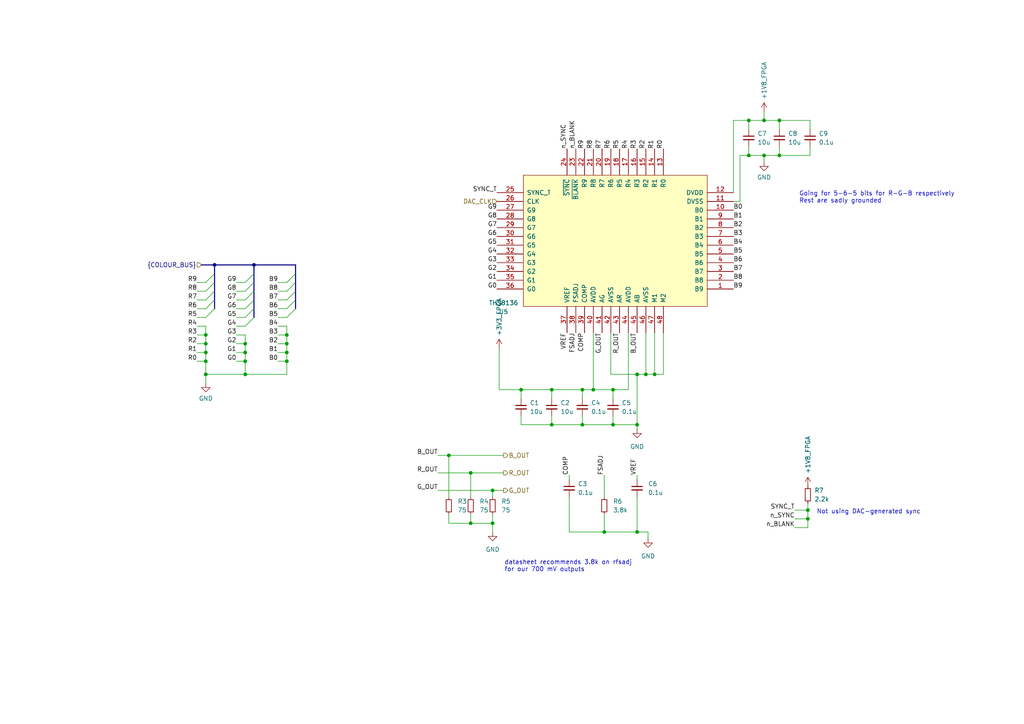
<source format=kicad_sch>
(kicad_sch (version 20211123) (generator eeschema)
  (paper "A4")
  (title_block (title "VGA Centrifuge") (date "2022-09-30") (rev "R1") (comment 1 "Author: Paolo Celati") (comment 2 "VGA DAC"))
  (lib_symbols
    (symbol "Device:C_Small" (pin_numbers hide) (pin_names (offset 0.254) hide)
      (property "Reference" "C" (at 0.254 1.778 0))
      (property "Value" "C_Small" (at 0.254 -2.032 0))
      (symbol "C_Small_0_1"
        (polyline (pts (xy -1.524 -0.508) (xy 1.524 -0.508)) (stroke (width 0.3302)))
        (polyline (pts (xy -1.524 0.508) (xy 1.524 0.508)) (stroke (width 0.3048)))
      )
      (symbol "C_Small_1_1"
        (pin passive line (at 0 2.54 270) (length 2.032) (name "~") (number "1"))
        (pin passive line (at 0 -2.54 90) (length 2.032) (name "~") (number "2"))
      )
    )
    (symbol "Device:R_Small" (pin_numbers hide) (pin_names (offset 0.254) hide)
      (property "Reference" "R" (at 0.762 0.508 0))
      (property "Value" "R_Small" (at 0.762 -1.016 0))
      (symbol "R_Small_0_1"
        (rectangle (start -0.762 1.778) (end 0.762 -1.778) (stroke (width 0.2032)))
      )
      (symbol "R_Small_1_1"
        (pin passive line (at 0 2.54 270) (length 0.762) (name "~") (number "1"))
        (pin passive line (at 0 -2.54 90) (length 0.762) (name "~") (number "2"))
      )
    )
    (symbol "centrifuge_symbols:+1V8_FPGA" (power) (pin_names (offset 0))
      (property "Value" "+1V8_FPGA" (at 0 3.556 90))
      (symbol "+1V8_FPGA_0_1"
        (polyline (pts (xy -0.762 1.27) (xy 0 2.54)))
        (polyline (pts (xy 0 0) (xy 0 2.54)))
        (polyline (pts (xy 0 2.54) (xy 0.762 1.27)))
      )
      (symbol "+1V8_FPGA_1_1"
        (pin power_in line (at 0 0 90) (length 0) hide (name "+1V8_FPGA") (number "1"))
      )
    )
    (symbol "centrifuge_symbols:+3V3_FPGA" (power) (pin_names (offset 0))
      (property "Value" "+3V3_FPGA" (at 0 3.556 90))
      (symbol "+3V3_FPGA_0_1"
        (polyline (pts (xy -0.762 1.27) (xy 0 2.54)))
        (polyline (pts (xy 0 0) (xy 0 2.54)))
        (polyline (pts (xy 0 2.54) (xy 0.762 1.27)))
      )
      (symbol "+3V3_FPGA_1_1"
        (pin power_in line (at 0 0 90) (length 0) hide (name "+3V3_FPGA") (number "1"))
      )
    )
    (symbol "centrifuge_symbols:THS8136" (pin_names (offset 1.016))
      (property "Reference" "U" (at 0 -2.54 0))
      (property "Value" "THS8136" (at 0 2.54 0))
      (symbol "THS8136_1_0"
        (rectangle (start -26.67 -19.05) (end 26.67 19.05) (fill (type background)))
      )
      (symbol "THS8136_1_1"
        (pin input line (at -34.29 13.97 0) (length 7.62) (name "B9") (number "1"))
        (pin input line (at -34.29 -8.89 0) (length 7.62) (name "B0") (number "10"))
        (pin power_in line (at -34.29 -11.43 0) (length 7.62) (name "DVSS") (number "11"))
        (pin power_in line (at -34.29 -13.97 0) (length 7.62) (name "DVDD") (number "12"))
        (pin input line (at -13.97 -26.67 90) (length 7.62) (name "R0") (number "13"))
        (pin input line (at -11.43 -26.67 90) (length 7.62) (name "R1") (number "14"))
        (pin input line (at -8.89 -26.67 90) (length 7.62) (name "R2") (number "15"))
        (pin input line (at -6.35 -26.67 90) (length 7.62) (name "R3") (number "16"))
        (pin input line (at -3.81 -26.67 90) (length 7.62) (name "R4") (number "17"))
        (pin input line (at -1.27 -26.67 90) (length 7.62) (name "R5") (number "18"))
        (pin input line (at 1.27 -26.67 90) (length 7.62) (name "R6") (number "19"))
        (pin input line (at -34.29 11.43 0) (length 7.62) (name "B8") (number "2"))
        (pin input line (at 3.81 -26.67 90) (length 7.62) (name "R7") (number "20"))
        (pin input line (at 6.35 -26.67 90) (length 7.62) (name "R8") (number "21"))
        (pin input line (at 8.89 -26.67 90) (length 7.62) (name "R9") (number "22"))
        (pin input line (at 11.43 -26.67 90) (length 7.62) (name "~{BLANK}") (number "23"))
        (pin input line (at 13.97 -26.67 90) (length 7.62) (name "~{SYNC}") (number "24"))
        (pin input line (at 34.29 -13.97 180) (length 7.62) (name "SYNC_T") (number "25"))
        (pin input line (at 34.29 -11.43 180) (length 7.62) (name "CLK") (number "26"))
        (pin input line (at 34.29 -8.89 180) (length 7.62) (name "G9") (number "27"))
        (pin input line (at 34.29 -6.35 180) (length 7.62) (name "G8") (number "28"))
        (pin input line (at 34.29 -3.81 180) (length 7.62) (name "G7") (number "29"))
        (pin input line (at -34.29 8.89 0) (length 7.62) (name "B7") (number "3"))
        (pin input line (at 34.29 -1.27 180) (length 7.62) (name "G6") (number "30"))
        (pin input line (at 34.29 1.27 180) (length 7.62) (name "G5") (number "31"))
        (pin input line (at 34.29 3.81 180) (length 7.62) (name "G4") (number "32"))
        (pin input line (at 34.29 6.35 180) (length 7.62) (name "G3") (number "33"))
        (pin input line (at 34.29 8.89 180) (length 7.62) (name "G2") (number "34"))
        (pin input line (at 34.29 11.43 180) (length 7.62) (name "G1") (number "35"))
        (pin input line (at 34.29 13.97 180) (length 7.62) (name "G0") (number "36"))
        (pin output line (at 13.97 26.67 270) (length 7.62) (name "VREF") (number "37"))
        (pin passive line (at 11.43 26.67 270) (length 7.62) (name "FSADJ") (number "38"))
        (pin output line (at 8.89 26.67 270) (length 7.62) (name "COMP") (number "39"))
        (pin input line (at -34.29 6.35 0) (length 7.62) (name "B6") (number "4"))
        (pin power_in line (at 6.35 26.67 270) (length 7.62) (name "AVDD") (number "40"))
        (pin output line (at 3.81 26.67 270) (length 7.62) (name "AG") (number "41"))
        (pin power_in line (at 1.27 26.67 270) (length 7.62) (name "AVSS") (number "42"))
        (pin output line (at -1.27 26.67 270) (length 7.62) (name "AR") (number "43"))
        (pin power_in line (at -3.81 26.67 270) (length 7.62) (name "AVDD") (number "44"))
        (pin output line (at -6.35 26.67 270) (length 7.62) (name "AB") (number "45"))
        (pin power_in line (at -8.89 26.67 270) (length 7.62) (name "AVSS") (number "46"))
        (pin input line (at -11.43 26.67 270) (length 7.62) (name "M1") (number "47"))
        (pin input line (at -13.97 26.67 270) (length 7.62) (name "M2") (number "48"))
        (pin input line (at -34.29 3.81 0) (length 7.62) (name "B5") (number "5"))
        (pin input line (at -34.29 1.27 0) (length 7.62) (name "B4") (number "6"))
        (pin input line (at -34.29 -1.27 0) (length 7.62) (name "B3") (number "7"))
        (pin input line (at -34.29 -3.81 0) (length 7.62) (name "B2") (number "8"))
        (pin input line (at -34.29 -6.35 0) (length 7.62) (name "B1") (number "9"))
      )
    )
    (symbol "power:GND" (power) (pin_names (offset 0))
      (property "Value" "GND" (at 0 -3.81 0))
      (symbol "GND_0_1"
        (polyline (pts (xy 0 0) (xy 0 -1.27) (xy 1.27 -1.27) (xy 0 -2.54) (xy -1.27 -1.27) (xy 0 -1.27)))
      )
      (symbol "GND_1_1"
        (pin power_in line (at 0 0 270) (length 0) hide (name "GND") (number "1"))
      )
    )
  )
  (junction (at 59.69 99.695))
  (junction (at 226.06 45.085))
  (junction (at 175.26 154.305))
  (junction (at 73.66 76.835))
  (junction (at 234.315 150.495))
  (junction (at 62.23 76.835))
  (junction (at 226.06 34.925))
  (junction (at 83.185 104.775))
  (junction (at 83.185 97.155))
  (junction (at 142.875 151.765))
  (junction (at 71.12 99.695))
  (junction (at 221.615 34.925))
  (junction (at 59.69 104.775))
  (junction (at 177.8 123.19))
  (junction (at 184.785 108.585))
  (junction (at 217.17 34.925))
  (junction (at 136.525 151.765))
  (junction (at 234.315 147.955))
  (junction (at 59.69 97.155))
  (junction (at 130.175 132.08))
  (junction (at 189.865 108.585))
  (junction (at 142.875 142.24))
  (junction (at 59.69 102.235))
  (junction (at 221.615 45.085))
  (junction (at 172.085 113.03))
  (junction (at 71.12 102.235))
  (junction (at 71.12 104.775))
  (junction (at 177.8 113.03))
  (junction (at 187.325 108.585))
  (junction (at 168.91 113.03))
  (junction (at 168.91 123.19))
  (junction (at 71.12 108.585))
  (junction (at 184.785 154.305))
  (junction (at 217.17 45.085))
  (junction (at 160.02 113.03))
  (junction (at 184.785 123.19))
  (junction (at 83.185 102.235))
  (junction (at 83.185 99.695))
  (junction (at 160.02 123.19))
  (junction (at 59.69 108.585))
  (junction (at 136.525 137.16))
  (junction (at 151.13 113.03))
  (bus_entry (at 71.12 89.535) (size 2.54 -2.54))
  (bus_entry (at 59.69 81.915) (size 2.54 -2.54))
  (bus_entry (at 83.185 92.075) (size 2.54 -2.54))
  (bus_entry (at 71.12 92.075) (size 2.54 -2.54))
  (bus_entry (at 83.185 86.995) (size 2.54 -2.54))
  (bus_entry (at 71.12 84.455) (size 2.54 -2.54))
  (bus_entry (at 83.185 89.535) (size 2.54 -2.54))
  (bus_entry (at 83.185 81.915) (size 2.54 -2.54))
  (bus_entry (at 71.12 94.615) (size 2.54 -2.54))
  (bus_entry (at 59.69 92.075) (size 2.54 -2.54))
  (bus_entry (at 59.69 84.455) (size 2.54 -2.54))
  (bus_entry (at 59.69 86.995) (size 2.54 -2.54))
  (bus_entry (at 71.12 86.995) (size 2.54 -2.54))
  (bus_entry (at 71.12 81.915) (size 2.54 -2.54))
  (bus_entry (at 59.69 89.535) (size 2.54 -2.54))
  (bus_entry (at 83.185 84.455) (size 2.54 -2.54))
  (wire (pts (xy 142.875 151.765) (xy 142.875 154.305)))
  (bus (pts (xy 73.66 84.455) (xy 73.66 81.915)))
  (wire (pts (xy 184.785 108.585) (xy 184.785 123.19)))
  (wire (pts (xy 68.58 99.695) (xy 71.12 99.695)))
  (wire (pts (xy 127 137.16) (xy 136.525 137.16)))
  (wire (pts (xy 59.69 102.235) (xy 59.69 104.775)))
  (wire (pts (xy 136.525 151.765) (xy 130.175 151.765)))
  (wire (pts (xy 151.13 120.65) (xy 151.13 123.19)))
  (wire (pts (xy 136.525 149.225) (xy 136.525 151.765)))
  (wire (pts (xy 226.06 34.925) (xy 226.06 37.465)))
  (wire (pts (xy 130.175 132.08) (xy 130.175 144.145)))
  (wire (pts (xy 187.325 108.585) (xy 184.785 108.585)))
  (wire (pts (xy 57.15 99.695) (xy 59.69 99.695)))
  (wire (pts (xy 57.15 94.615) (xy 59.69 94.615)))
  (wire (pts (xy 57.15 92.075) (xy 59.69 92.075)))
  (wire (pts (xy 214.63 45.085) (xy 214.63 58.42)))
  (wire (pts (xy 192.405 96.52) (xy 192.405 108.585)))
  (wire (pts (xy 187.325 108.585) (xy 187.325 96.52)))
  (wire (pts (xy 142.875 149.225) (xy 142.875 151.765)))
  (wire (pts (xy 175.26 154.305) (xy 184.785 154.305)))
  (wire (pts (xy 234.95 42.545) (xy 234.95 45.085)))
  (wire (pts (xy 177.8 123.19) (xy 184.785 123.19)))
  (bus (pts (xy 85.725 84.455) (xy 85.725 81.915)))
  (wire (pts (xy 68.58 104.775) (xy 71.12 104.775)))
  (wire (pts (xy 142.875 151.765) (xy 136.525 151.765)))
  (wire (pts (xy 130.175 132.08) (xy 146.05 132.08)))
  (wire (pts (xy 142.875 142.24) (xy 142.875 144.145)))
  (wire (pts (xy 83.185 104.775) (xy 83.185 108.585)))
  (wire (pts (xy 80.645 84.455) (xy 83.185 84.455)))
  (wire (pts (xy 168.91 113.03) (xy 172.085 113.03)))
  (wire (pts (xy 221.615 34.925) (xy 226.06 34.925)))
  (wire (pts (xy 59.69 108.585) (xy 71.12 108.585)))
  (wire (pts (xy 59.69 99.695) (xy 59.69 102.235)))
  (wire (pts (xy 80.645 86.995) (xy 83.185 86.995)))
  (wire (pts (xy 217.17 34.925) (xy 217.17 37.465)))
  (wire (pts (xy 177.165 96.52) (xy 177.165 108.585)))
  (wire (pts (xy 57.15 97.155) (xy 59.69 97.155)))
  (wire (pts (xy 71.12 99.695) (xy 71.12 102.235)))
  (wire (pts (xy 165.1 154.305) (xy 175.26 154.305)))
  (wire (pts (xy 57.15 84.455) (xy 59.69 84.455)))
  (wire (pts (xy 226.06 45.085) (xy 234.95 45.085)))
  (wire (pts (xy 68.58 86.995) (xy 71.12 86.995)))
  (wire (pts (xy 160.02 123.19) (xy 168.91 123.19)))
  (wire (pts (xy 182.245 96.52) (xy 182.245 113.03)))
  (wire (pts (xy 68.58 81.915) (xy 71.12 81.915)))
  (wire (pts (xy 71.12 108.585) (xy 83.185 108.585)))
  (wire (pts (xy 71.12 102.235) (xy 71.12 104.775)))
  (wire (pts (xy 187.96 156.21) (xy 187.96 154.305)))
  (wire (pts (xy 80.645 102.235) (xy 83.185 102.235)))
  (wire (pts (xy 172.085 96.52) (xy 172.085 113.03)))
  (bus (pts (xy 73.66 86.995) (xy 73.66 84.455)))
  (wire (pts (xy 217.17 42.545) (xy 217.17 45.085)))
  (wire (pts (xy 136.525 137.16) (xy 146.05 137.16)))
  (wire (pts (xy 68.58 94.615) (xy 71.12 94.615)))
  (wire (pts (xy 59.69 108.585) (xy 59.69 111.125)))
  (bus (pts (xy 62.23 89.535) (xy 62.23 86.995)))
  (wire (pts (xy 71.12 97.155) (xy 71.12 99.695)))
  (wire (pts (xy 57.15 86.995) (xy 59.69 86.995)))
  (wire (pts (xy 168.91 123.19) (xy 177.8 123.19)))
  (wire (pts (xy 57.15 89.535) (xy 59.69 89.535)))
  (wire (pts (xy 234.315 146.05) (xy 234.315 147.955)))
  (wire (pts (xy 71.12 104.775) (xy 71.12 108.585)))
  (bus (pts (xy 62.23 86.995) (xy 62.23 84.455)))
  (bus (pts (xy 85.725 81.915) (xy 85.725 79.375)))
  (wire (pts (xy 165.1 139.065) (xy 165.1 137.795)))
  (wire (pts (xy 217.17 34.925) (xy 221.615 34.925)))
  (wire (pts (xy 151.13 123.19) (xy 160.02 123.19)))
  (wire (pts (xy 230.505 150.495) (xy 234.315 150.495)))
  (wire (pts (xy 83.185 97.155) (xy 83.185 99.695)))
  (wire (pts (xy 175.26 154.305) (xy 175.26 149.225)))
  (bus (pts (xy 73.66 89.535) (xy 73.66 86.995)))
  (wire (pts (xy 184.785 123.19) (xy 184.785 124.46)))
  (wire (pts (xy 68.58 102.235) (xy 71.12 102.235)))
  (wire (pts (xy 177.8 120.65) (xy 177.8 123.19)))
  (wire (pts (xy 80.645 92.075) (xy 83.185 92.075)))
  (wire (pts (xy 59.69 97.155) (xy 59.69 99.695)))
  (wire (pts (xy 168.91 120.65) (xy 168.91 123.19)))
  (wire (pts (xy 234.315 150.495) (xy 234.315 153.035)))
  (wire (pts (xy 177.8 113.03) (xy 172.085 113.03)))
  (wire (pts (xy 142.875 142.24) (xy 146.05 142.24)))
  (wire (pts (xy 68.58 97.155) (xy 71.12 97.155)))
  (wire (pts (xy 168.91 113.03) (xy 168.91 115.57)))
  (wire (pts (xy 151.13 113.03) (xy 160.02 113.03)))
  (wire (pts (xy 221.615 45.085) (xy 221.615 46.99)))
  (wire (pts (xy 182.245 113.03) (xy 177.8 113.03)))
  (bus (pts (xy 62.23 84.455) (xy 62.23 81.915)))
  (wire (pts (xy 68.58 84.455) (xy 71.12 84.455)))
  (wire (pts (xy 214.63 58.42) (xy 212.725 58.42)))
  (bus (pts (xy 85.725 86.995) (xy 85.725 84.455)))
  (wire (pts (xy 184.785 154.305) (xy 187.96 154.305)))
  (wire (pts (xy 160.02 120.65) (xy 160.02 123.19)))
  (wire (pts (xy 151.13 113.03) (xy 151.13 115.57)))
  (wire (pts (xy 57.15 102.235) (xy 59.69 102.235)))
  (wire (pts (xy 80.645 97.155) (xy 83.185 97.155)))
  (wire (pts (xy 192.405 108.585) (xy 189.865 108.585)))
  (wire (pts (xy 59.69 94.615) (xy 59.69 97.155)))
  (wire (pts (xy 230.505 147.955) (xy 234.315 147.955)))
  (wire (pts (xy 68.58 89.535) (xy 71.12 89.535)))
  (wire (pts (xy 189.865 108.585) (xy 187.325 108.585)))
  (wire (pts (xy 177.8 113.03) (xy 177.8 115.57)))
  (bus (pts (xy 85.725 89.535) (xy 85.725 86.995)))
  (wire (pts (xy 80.645 99.695) (xy 83.185 99.695)))
  (bus (pts (xy 73.66 79.375) (xy 73.66 76.835)))
  (bus (pts (xy 62.23 76.835) (xy 73.66 76.835)))
  (wire (pts (xy 144.78 113.03) (xy 151.13 113.03)))
  (wire (pts (xy 177.165 108.585) (xy 184.785 108.585)))
  (bus (pts (xy 73.66 81.915) (xy 73.66 79.375)))
  (wire (pts (xy 221.615 45.085) (xy 226.06 45.085)))
  (wire (pts (xy 83.185 94.615) (xy 83.185 97.155)))
  (wire (pts (xy 136.525 137.16) (xy 136.525 144.145)))
  (wire (pts (xy 80.645 104.775) (xy 83.185 104.775)))
  (wire (pts (xy 80.645 81.915) (xy 83.185 81.915)))
  (bus (pts (xy 62.23 81.915) (xy 62.23 79.375)))
  (wire (pts (xy 189.865 96.52) (xy 189.865 108.585)))
  (wire (pts (xy 230.505 153.035) (xy 234.315 153.035)))
  (bus (pts (xy 62.23 79.375) (xy 62.23 76.835)))
  (wire (pts (xy 57.15 81.915) (xy 59.69 81.915)))
  (wire (pts (xy 234.95 34.925) (xy 234.95 37.465)))
  (wire (pts (xy 59.69 104.775) (xy 59.69 108.585)))
  (wire (pts (xy 160.02 113.03) (xy 168.91 113.03)))
  (wire (pts (xy 212.725 34.925) (xy 212.725 55.88)))
  (wire (pts (xy 184.785 139.065) (xy 184.785 137.795)))
  (bus (pts (xy 73.66 89.535) (xy 73.66 92.075)))
  (wire (pts (xy 175.26 144.145) (xy 175.26 137.795)))
  (wire (pts (xy 83.185 99.695) (xy 83.185 102.235)))
  (wire (pts (xy 68.58 92.075) (xy 71.12 92.075)))
  (wire (pts (xy 234.315 147.955) (xy 234.315 150.495)))
  (wire (pts (xy 214.63 45.085) (xy 217.17 45.085)))
  (wire (pts (xy 226.06 42.545) (xy 226.06 45.085)))
  (wire (pts (xy 221.615 32.385) (xy 221.615 34.925)))
  (wire (pts (xy 144.78 100.965) (xy 144.78 113.03)))
  (wire (pts (xy 217.17 45.085) (xy 221.615 45.085)))
  (wire (pts (xy 212.725 34.925) (xy 217.17 34.925)))
  (wire (pts (xy 184.785 154.305) (xy 184.785 144.145)))
  (wire (pts (xy 226.06 34.925) (xy 234.95 34.925)))
  (wire (pts (xy 57.15 104.775) (xy 59.69 104.775)))
  (wire (pts (xy 130.175 151.765) (xy 130.175 149.225)))
  (wire (pts (xy 83.185 102.235) (xy 83.185 104.775)))
  (wire (pts (xy 127 142.24) (xy 142.875 142.24)))
  (wire (pts (xy 80.645 89.535) (xy 83.185 89.535)))
  (bus (pts (xy 58.42 76.835) (xy 62.23 76.835)))
  (wire (pts (xy 127 132.08) (xy 130.175 132.08)))
  (bus (pts (xy 73.66 76.835) (xy 85.725 76.835)))
  (wire (pts (xy 165.1 154.305) (xy 165.1 144.145)))
  (wire (pts (xy 160.02 113.03) (xy 160.02 115.57)))
  (bus (pts (xy 85.725 79.375) (xy 85.725 76.835)))
  (wire (pts (xy 80.645 94.615) (xy 83.185 94.615)))
  (text "datasheet recommends 3.8k on rfsadj\nfor our 700 mV outputs" (at 146.304 165.989 0) (effects (font (size 1.27 1.27)) (justify left bottom)))
  (text "Going for 5-6-5 bits for R-G-B respectively\nRest are sadly grounded" (at 231.775 59.055 0) (effects (font (size 1.27 1.27)) (justify left bottom)))
  (text "Not using DAC-generated sync" (at 236.855 149.225 0) (effects (font (size 1.27 1.27)) (justify left bottom)))
  (label "G0" (at 144.145 83.82 180))
  (label "B9" (at 80.645 81.915 180))
  (label "n_SYNC" (at 230.505 150.495 180))
  (label "G8" (at 68.58 84.455 180))
  (label "B0" (at 80.645 104.775 180))
  (label "B_OUT" (at 127 132.08 180))
  (label "R_OUT" (at 179.705 96.52 270))
  (label "G0" (at 68.58 104.775 180))
  (label "R9" (at 169.545 43.18 90))
  (label "R_OUT" (at 127 137.16 180))
  (label "B5" (at 212.725 73.66 0))
  (label "B4" (at 80.645 94.615 180))
  (label "B1" (at 80.645 102.235 180))
  (label "SYNC_T" (at 230.505 147.955 180))
  (label "R5" (at 179.705 43.18 90))
  (label "B5" (at 80.645 92.075 180))
  (label "G9" (at 144.145 60.96 180))
  (label "G4" (at 144.145 73.66 180))
  (label "G7" (at 68.58 86.995 180))
  (label "R8" (at 57.15 84.455 180))
  (label "n_SYNC" (at 164.465 43.18 90))
  (label "COMP" (at 169.545 96.52 270))
  (label "G_OUT" (at 127 142.24 180))
  (label "R8" (at 172.085 43.18 90))
  (label "n_BLANK" (at 230.505 153.035 180))
  (label "R7" (at 57.15 86.995 180))
  (label "B4" (at 212.725 71.12 0))
  (label "B9" (at 212.725 83.82 0))
  (label "G6" (at 144.145 68.58 180))
  (label "B3" (at 80.645 97.155 180))
  (label "R2" (at 187.325 43.18 90))
  (label "G1" (at 68.58 102.235 180))
  (label "B7" (at 212.725 78.74 0))
  (label "R7" (at 174.625 43.18 90))
  (label "G4" (at 68.58 94.615 180))
  (label "R0" (at 57.15 104.775 180))
  (label "VREF" (at 164.465 96.52 270))
  (label "B7" (at 80.645 86.995 180))
  (label "G3" (at 144.145 76.2 180))
  (label "B8" (at 212.725 81.28 0))
  (label "R6" (at 177.165 43.18 90))
  (label "R9" (at 57.15 81.915 180))
  (label "G7" (at 144.145 66.04 180))
  (label "G9" (at 68.58 81.915 180))
  (label "R3" (at 57.15 97.155 180))
  (label "B6" (at 212.725 76.2 0))
  (label "B2" (at 80.645 99.695 180))
  (label "B2" (at 212.725 66.04 0))
  (label "R4" (at 182.245 43.18 90))
  (label "FSADJ" (at 175.26 137.795 90))
  (label "G_OUT" (at 174.625 96.52 270))
  (label "G2" (at 144.145 78.74 180))
  (label "B_OUT" (at 184.785 96.52 270))
  (label "R6" (at 57.15 89.535 180))
  (label "COMP" (at 165.1 137.795 90))
  (label "R3" (at 184.785 43.18 90))
  (label "R1" (at 57.15 102.235 180))
  (label "B3" (at 212.725 68.58 0))
  (label "R4" (at 57.15 94.615 180))
  (label "B0" (at 212.725 60.96 0))
  (label "G5" (at 144.145 71.12 180))
  (label "FSADJ" (at 167.005 96.52 270))
  (label "n_BLANK" (at 167.005 43.18 90))
  (label "B6" (at 80.645 89.535 180))
  (label "R0" (at 192.405 43.18 90))
  (label "SYNC_T" (at 144.145 55.88 180))
  (label "G6" (at 68.58 89.535 180))
  (label "G1" (at 144.145 81.28 180))
  (label "G3" (at 68.58 97.155 180))
  (label "VREF" (at 184.785 137.795 90))
  (label "G2" (at 68.58 99.695 180))
  (label "B1" (at 212.725 63.5 0))
  (label "R2" (at 57.15 99.695 180))
  (label "G8" (at 144.145 63.5 180))
  (label "B8" (at 80.645 84.455 180))
  (label "R1" (at 189.865 43.18 90))
  (label "R5" (at 57.15 92.075 180))
  (label "G5" (at 68.58 92.075 180))
  (hierarchical_label "{COLOUR_BUS}" (shape input) (at 58.42 76.835 180))
  (hierarchical_label "R_OUT" (shape output) (at 146.05 137.16 0))
  (hierarchical_label "B_OUT" (shape output) (at 146.05 132.08 0))
  (hierarchical_label "G_OUT" (shape output) (at 146.05 142.24 0))
  (hierarchical_label "DAC_CLK" (shape input) (at 144.145 58.42 180))
  (symbol (lib_id "centrifuge_symbols:+3V3_FPGA") (at 144.78 100.965 0) (unit 1)
    (property "Reference" "#PWR0132" (effects hide))
    (property "Value" "+3V3_FPGA" (at 144.78 97.409 90) (effects (justify left)))
  )
  (symbol (lib_id "Device:C_Small") (at 177.8 118.11 0) (unit 1)
    (property "Reference" "C5" (at 180.34 116.8462 0) (effects (justify left)))
    (property "Value" "0.1u" (at 180.34 119.3862 0) (effects (justify left)))
    (property "Footprint" "Capacitor_SMD:C_0805_2012Metric_Pad1.18x1.45mm_HandSolder" (effects hide))
    (property "Order Page" "https://no.mouser.com/ProductDetail/Samsung-Electro-Mechanics/CL21F104ZBANNNC?qs=sGAEpiMZZMsh%252B1woXyUXjxqcB7t9naYp2FQ5fpmTNBQ%3D" (effects hide))
  )
  (symbol (lib_id "Device:C_Small") (at 226.06 40.005 0) (unit 1)
    (property "Reference" "C8" (at 228.6 38.7412 0) (effects (justify left)))
    (property "Value" "10u" (at 228.6 41.2812 0) (effects (justify left)))
    (property "Footprint" "Capacitor_SMD:C_0805_2012Metric_Pad1.18x1.45mm_HandSolder" (effects hide))
    (property "Order Page" "https://no.mouser.com/ProductDetail/Samsung-Electro-Mechanics/CL21A106KOQNNNE?qs=sGAEpiMZZMsh%252B1woXyUXj7iNKXiFkBmwjufexzBEAvI%3D" (effects hide))
  )
  (symbol (lib_id "Device:C_Small") (at 168.91 118.11 0) (unit 1)
    (property "Reference" "C4" (at 171.45 116.8462 0) (effects (justify left)))
    (property "Value" "0.1u" (at 171.45 119.3862 0) (effects (justify left)))
    (property "Footprint" "Capacitor_SMD:C_0805_2012Metric_Pad1.18x1.45mm_HandSolder" (effects hide))
    (property "Order Page" "https://no.mouser.com/ProductDetail/Samsung-Electro-Mechanics/CL21F104ZBANNNC?qs=sGAEpiMZZMsh%252B1woXyUXjxqcB7t9naYp2FQ5fpmTNBQ%3D" (effects hide))
  )
  (symbol (lib_id "power:GND") (at 59.69 111.125 0) (unit 1)
    (property "Reference" "#PWR0216" (effects hide))
    (property "Value" "GND" (at 59.69 115.57 0))
  )
  (symbol (lib_id "power:GND") (at 221.615 46.99 0) (unit 1)
    (property "Reference" "#PWR0113" (effects hide))
    (property "Value" "GND" (at 221.615 51.435 0))
  )
  (symbol (lib_id "Device:R_Small") (at 234.315 143.51 0) (unit 1)
    (property "Reference" "R7" (at 236.22 142.2399 0) (effects (justify left)))
    (property "Value" "2.2k" (at 236.22 144.7799 0) (effects (justify left)))
    (property "Footprint" "Resistor_SMD:R_0805_2012Metric_Pad1.20x1.40mm_HandSolder" (effects hide))
    (property "Order Page" "https://no.mouser.com/ProductDetail/Vishay-Dale/CRCW08052K20FKEB?qs=sGAEpiMZZMtlubZbdhIBINvvmcV35a3LmL3hFYkil7g%3D" (effects hide))
  )
  (symbol (lib_id "centrifuge_symbols:THS8136") (at 178.435 69.85 180) (unit 1)
    (property "Reference" "U5" (at 146.05 90.3988 0))
    (property "Value" "THS8136" (at 146.05 87.8588 0))
    (property "Footprint" "Package_QFP:LQFP-48-1EP_7x7mm_P0.5mm_EP3.6x3.6mm" (effects hide))
    (property "Datasheet" "https://www.ti.com/lit/ds/symlink/ths8136.pdf" (effects hide))
  )
  (symbol (lib_id "Device:C_Small") (at 165.1 141.605 0) (unit 1)
    (property "Reference" "C3" (at 167.64 140.3412 0) (effects (justify left)))
    (property "Value" "0.1u" (at 167.64 142.8812 0) (effects (justify left)))
    (property "Footprint" "Capacitor_SMD:C_0805_2012Metric_Pad1.18x1.45mm_HandSolder" (effects hide))
    (property "Order Page" "https://no.mouser.com/ProductDetail/Samsung-Electro-Mechanics/CL21F104ZBANNNC?qs=sGAEpiMZZMsh%252B1woXyUXjxqcB7t9naYp2FQ5fpmTNBQ%3D" (effects hide))
  )
  (symbol (lib_id "centrifuge_symbols:+1V8_FPGA") (at 221.615 32.385 0) (unit 1)
    (property "Reference" "#PWR0112" (effects hide))
    (property "Value" "+1V8_FPGA" (at 221.615 28.829 90) (effects (justify left)))
  )
  (symbol (lib_id "Device:R_Small") (at 142.875 146.685 0) (unit 1)
    (property "Reference" "R5" (at 145.415 145.4149 0) (effects (justify left)))
    (property "Value" "75" (at 145.415 147.9549 0) (effects (justify left)))
    (property "Footprint" "Resistor_SMD:R_0805_2012Metric_Pad1.20x1.40mm_HandSolder" (effects hide))
    (property "Order Page" "https://no.mouser.com/ProductDetail/YAGEO/RC0805FR-0775RL?qs=sGAEpiMZZMtlubZbdhIBIDa%2FhYjOd3Y%252Bd6foRqflA8g%3D" (effects hide))
  )
  (symbol (lib_id "Device:R_Small") (at 175.26 146.685 0) (unit 1)
    (property "Reference" "R6" (at 177.8 145.4149 0) (effects (justify left)))
    (property "Value" "3.8k" (at 177.8 147.9549 0) (effects (justify left)))
    (property "Footprint" "Resistor_SMD:R_0805_2012Metric_Pad1.20x1.40mm_HandSolder" (effects hide))
    (property "Order Page" "https://no.mouser.com/ProductDetail/YAGEO/RC0805FR-073K83L?qs=sGAEpiMZZMtlubZbdhIBIJv49G1poxg9o6TOu1v2tWs%3D" (effects hide))
  )
  (symbol (lib_id "Device:C_Small") (at 184.785 141.605 0) (unit 1)
    (property "Reference" "C6" (at 187.96 140.3412 0) (effects (justify left)))
    (property "Value" "0.1u" (at 187.96 142.8812 0) (effects (justify left)))
    (property "Footprint" "Capacitor_SMD:C_0805_2012Metric_Pad1.18x1.45mm_HandSolder" (effects hide))
    (property "Order Page" "https://no.mouser.com/ProductDetail/Samsung-Electro-Mechanics/CL21F104ZBANNNC?qs=sGAEpiMZZMsh%252B1woXyUXjxqcB7t9naYp2FQ5fpmTNBQ%3D" (effects hide))
  )
  (symbol (lib_id "Device:C_Small") (at 151.13 118.11 0) (unit 1)
    (property "Reference" "C1" (at 153.67 116.8462 0) (effects (justify left)))
    (property "Value" "10u" (at 153.67 119.3862 0) (effects (justify left)))
    (property "Footprint" "Capacitor_SMD:C_0805_2012Metric_Pad1.18x1.45mm_HandSolder" (effects hide))
    (property "Order Page" "https://no.mouser.com/ProductDetail/Samsung-Electro-Mechanics/CL21A106KOQNNNE?qs=sGAEpiMZZMsh%252B1woXyUXj7iNKXiFkBmwjufexzBEAvI%3D" (effects hide))
  )
  (symbol (lib_id "Device:R_Small") (at 136.525 146.685 0) (unit 1)
    (property "Reference" "R4" (at 139.065 145.4149 0) (effects (justify left)))
    (property "Value" "75" (at 139.065 147.9549 0) (effects (justify left)))
    (property "Footprint" "Resistor_SMD:R_0805_2012Metric_Pad1.20x1.40mm_HandSolder" (effects hide))
    (property "Order Page" "https://no.mouser.com/ProductDetail/YAGEO/RC0805FR-0775RL?qs=sGAEpiMZZMtlubZbdhIBIDa%2FhYjOd3Y%252Bd6foRqflA8g%3D" (effects hide))
  )
  (symbol (lib_id "centrifuge_symbols:+1V8_FPGA") (at 234.315 140.97 0) (unit 1)
    (property "Reference" "#PWR0111" (effects hide))
    (property "Value" "+1V8_FPGA" (at 234.315 137.414 90) (effects (justify left)))
  )
  (symbol (lib_id "Device:C_Small") (at 234.95 40.005 0) (unit 1)
    (property "Reference" "C9" (at 237.49 38.7412 0) (effects (justify left)))
    (property "Value" "0.1u" (at 237.49 41.2812 0) (effects (justify left)))
    (property "Footprint" "Capacitor_SMD:C_0805_2012Metric_Pad1.18x1.45mm_HandSolder" (effects hide))
    (property "Order Page" "https://no.mouser.com/ProductDetail/Samsung-Electro-Mechanics/CL21F104ZBANNNC?qs=sGAEpiMZZMsh%252B1woXyUXjxqcB7t9naYp2FQ5fpmTNBQ%3D" (effects hide))
  )
  (symbol (lib_id "Device:C_Small") (at 160.02 118.11 0) (unit 1)
    (property "Reference" "C2" (at 162.56 116.8462 0) (effects (justify left)))
    (property "Value" "10u" (at 162.56 119.3862 0) (effects (justify left)))
    (property "Footprint" "Capacitor_SMD:C_0805_2012Metric_Pad1.18x1.45mm_HandSolder" (effects hide))
    (property "Order Page" "https://no.mouser.com/ProductDetail/Samsung-Electro-Mechanics/CL21A106KOQNNNE?qs=sGAEpiMZZMsh%252B1woXyUXj7iNKXiFkBmwjufexzBEAvI%3D" (effects hide))
  )
  (symbol (lib_id "Device:C_Small") (at 217.17 40.005 0) (unit 1)
    (property "Reference" "C7" (at 219.71 38.7412 0) (effects (justify left)))
    (property "Value" "10u" (at 219.71 41.2812 0) (effects (justify left)))
    (property "Footprint" "Capacitor_SMD:C_0805_2012Metric_Pad1.18x1.45mm_HandSolder" (effects hide))
    (property "Order Page" "https://no.mouser.com/ProductDetail/Samsung-Electro-Mechanics/CL21A106KOQNNNE?qs=sGAEpiMZZMsh%252B1woXyUXj7iNKXiFkBmwjufexzBEAvI%3D" (effects hide))
  )
  (symbol (lib_id "power:GND") (at 187.96 156.21 0) (unit 1)
    (property "Reference" "#PWR0108" (effects hide))
    (property "Value" "GND" (at 187.96 161.29 0))
  )
  (symbol (lib_id "power:GND") (at 142.875 154.305 0) (unit 1)
    (property "Reference" "#PWR0114" (effects hide))
    (property "Value" "GND" (at 142.875 159.385 0))
  )
  (symbol (lib_id "power:GND") (at 184.785 124.46 0) (unit 1)
    (property "Reference" "#PWR0110" (effects hide))
    (property "Value" "GND" (at 184.785 129.54 0))
  )
  (symbol (lib_id "Device:R_Small") (at 130.175 146.685 0) (unit 1)
    (property "Reference" "R3" (at 132.715 145.4149 0) (effects (justify left)))
    (property "Value" "75" (at 132.715 147.9549 0) (effects (justify left)))
    (property "Footprint" "Resistor_SMD:R_0805_2012Metric_Pad1.20x1.40mm_HandSolder" (effects hide))
    (property "Order Page" "https://no.mouser.com/ProductDetail/YAGEO/RC0805FR-0775RL?qs=sGAEpiMZZMtlubZbdhIBIDa%2FhYjOd3Y%252Bd6foRqflA8g%3D" (effects hide))
  )
)
</source>
